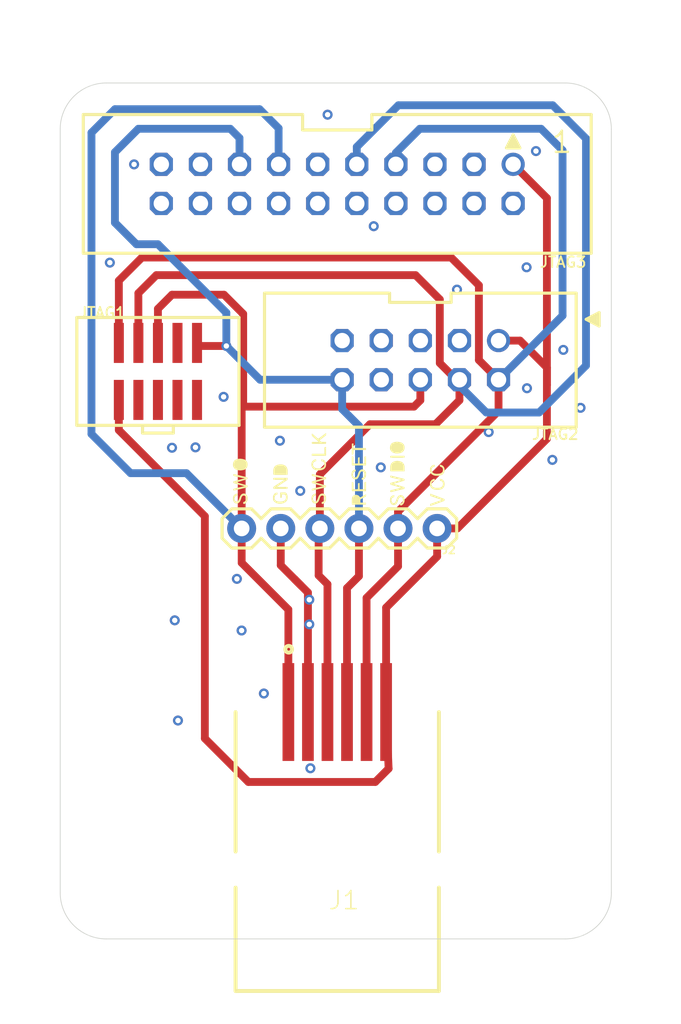
<source format=kicad_pcb>
(kicad_pcb (version 20211014) (generator pcbnew)
  (layers (0 "F.Cu" signal) (31 "B.Cu" signal) (34 "B.Paste" user) (35 "F.Paste" user) (36 "B.SilkS" user "B.Silkscreen") (37 "F.SilkS" user "F.Silkscreen") (38 "B.Mask" user) (39 "F.Mask" user) (44 "Edge.Cuts" user))
  (net 0 "")
  (net 1 "SWO")
  (net 2 "GND")
  (net 3 "SWCLK")
  (net 4 "RESET")
  (net 5 "SWDIO")
  (net 6 "VCC")
  (footprint "TC2030-MCP-NL-Adapter:GND0" (layer "F.Cu") (at 144.8961 105.2786 90)
    (fp_text reference "U$2" hide)
    (fp_text value "" hide)
  )
  (footprint "TC2030-MCP-NL-Adapter:1X06" (layer "F.Cu") (at 155.0861 106.1386 180)
    (fp_text reference "J2" (at -1.27 -1.397) (layer "F.SilkS") (effects (font (size 0.512064 0.512064) (thickness 0.097536)) (justify right)))
    (fp_text value "")
    (pad "1" thru_hole circle (at 0 0 270) (size 1.8796 1.8796) (drill 1.016) (layers *.Cu *.Mask) (net 6 "VCC"))
    (pad "2" thru_hole circle (at 2.54 0 270) (size 1.8796 1.8796) (drill 1.016) (layers *.Cu *.Mask) (net 5 "SWDIO"))
    (pad "3" thru_hole circle (at 5.08 0 270) (size 1.8796 1.8796) (drill 1.016) (layers *.Cu *.Mask) (net 4 "RESET"))
    (pad "4" thru_hole circle (at 7.62 0 270) (size 1.8796 1.8796) (drill 1.016) (layers *.Cu *.Mask) (net 3 "SWCLK"))
    (pad "5" thru_hole circle (at 10.16 0 270) (size 1.8796 1.8796) (drill 1.016) (layers *.Cu *.Mask) (net 2 "GND"))
    (pad "6" thru_hole circle (at 12.7 0 270) (size 1.8796 1.8796) (drill 1.016) (layers *.Cu *.Mask) (net 1 "SWO"))
  )
  (footprint "TC2030-MCP-NL-Adapter:2X05_1.27MM_SMT" (layer "F.Cu") (at 136.9461 95.9486)
    (fp_text reference "JTAG1" (at -5.199 -3.806) (layer "F.SilkS") (effects (font (size 0.692831 0.692831) (thickness 0.119969)) (justify left)))
    (fp_text value "")
    (pad "1" smd rect (at -2.54 1.85) (size 0.65 2.6) (layers "F.Cu" "F.Paste" "F.Mask") (net 6 "VCC"))
    (pad "2" smd rect (at -2.54 -1.85) (size 0.65 2.6) (layers "F.Cu" "F.Paste" "F.Mask") (net 5 "SWDIO"))
    (pad "3" smd rect (at -1.27 1.85) (size 0.65 2.6) (layers "F.Cu" "F.Paste" "F.Mask") (net 2 "GND"))
    (pad "4" smd rect (at -1.27 -1.85) (size 0.65 2.6) (layers "F.Cu" "F.Paste" "F.Mask") (net 3 "SWCLK"))
    (pad "5" smd rect (at 0 1.85) (size 0.65 2.6) (layers "F.Cu" "F.Paste" "F.Mask") (net 2 "GND"))
    (pad "6" smd rect (at 0 -1.85) (size 0.65 2.6) (layers "F.Cu" "F.Paste" "F.Mask") (net 1 "SWO"))
    (pad "7" smd rect (at 1.27 1.85) (size 0.65 2.6) (layers "F.Cu" "F.Paste" "F.Mask"))
    (pad "8" smd rect (at 1.27 -1.85) (size 0.65 2.6) (layers "F.Cu" "F.Paste" "F.Mask"))
    (pad "9" smd rect (at 2.54 1.85) (size 0.65 2.6) (layers "F.Cu" "F.Paste" "F.Mask") (net 2 "GND"))
    (pad "10" smd rect (at 2.54 -1.85) (size 0.65 2.6) (layers "F.Cu" "F.Paste" "F.Mask") (net 4 "RESET"))
  )
  (footprint "" (layer "F.Cu") (at 161.5961 106.7786)
    (fp_text reference "@HOLE3" hide)
    (fp_text value "" (at 0 0) (layer "F.SilkS") (effects (font (size 1.27 1.27))))
    (pad "" np_thru_hole circle (at 0 0) (size 4.4 4.4) (drill 4.4) (layers *.Cu *.Mask))
  )
  (footprint "TC2030-MCP-NL-Adapter:SWO0" (layer "F.Cu") (at 142.2961 105.2786 90)
    (fp_text reference "U$1" hide)
    (fp_text value "" hide)
  )
  (footprint "TC2030-MCP-NL-Adapter:SWDIO0" (layer "F.Cu") (at 152.4961 105.3786 90)
    (fp_text reference "U$5" hide)
    (fp_text value "" hide)
  )
  (footprint "TC2030-MCP-NL-Adapter:VCC0" (layer "F.Cu") (at 155.0961 105.3786 90)
    (fp_text reference "U$6" hide)
    (fp_text value "" hide)
  )
  (footprint "TC2030-MCP-NL-Adapter:CORTEXM3_SWD10_MOLEX" (layer "F.Cu") (at 153.9961 95.2186 180)
    (fp_text reference "JTAG2" (at -10.35 -4.81) (layer "F.SilkS") (effects (font (size 0.692831 0.692831) (thickness 0.119969)) (justify right)))
    (fp_text value "")
    (pad "1" thru_hole circle (at -5.08 1.27 180) (size 1.508 1.508) (drill 1) (layers *.Cu *.Mask) (net 6 "VCC"))
    (pad "2" thru_hole roundrect (at -5.08 -1.27 180) (size 1.508 1.508) (drill 1) (layers *.Cu *.Mask) (chamfer_ratio 0.25) (chamfer top_left top_right bottom_left bottom_right) (net 5 "SWDIO"))
    (pad "3" thru_hole roundrect (at -2.54 1.27 180) (size 1.508 1.508) (drill 1) (layers *.Cu *.Mask) (chamfer_ratio 0.25) (chamfer top_left top_right bottom_left bottom_right) (net 2 "GND"))
    (pad "4" thru_hole roundrect (at -2.54 -1.27 180) (size 1.508 1.508) (drill 1) (layers *.Cu *.Mask) (chamfer_ratio 0.25) (chamfer top_left top_right bottom_left bottom_right) (net 3 "SWCLK"))
    (pad "5" thru_hole roundrect (at 0 1.27 180) (size 1.508 1.508) (drill 1) (layers *.Cu *.Mask) (chamfer_ratio 0.25) (chamfer top_left top_right bottom_left bottom_right) (net 2 "GND"))
    (pad "6" thru_hole roundrect (at 0 -1.27 180) (size 1.508 1.508) (drill 1) (layers *.Cu *.Mask) (chamfer_ratio 0.25) (chamfer top_left top_right bottom_left bottom_right) (net 1 "SWO"))
    (pad "7" thru_hole roundrect (at 2.54 1.27 180) (size 1.508 1.508) (drill 1) (layers *.Cu *.Mask) (chamfer_ratio 0.25) (chamfer top_left top_right bottom_left bottom_right))
    (pad "8" thru_hole roundrect (at 2.54 -1.27 180) (size 1.508 1.508) (drill 1) (layers *.Cu *.Mask) (chamfer_ratio 0.25) (chamfer top_left top_right bottom_left bottom_right))
    (pad "9" thru_hole roundrect (at 5.08 1.27 180) (size 1.508 1.508) (drill 1) (layers *.Cu *.Mask) (chamfer_ratio 0.25) (chamfer top_left top_right bottom_left bottom_right) (net 2 "GND"))
    (pad "10" thru_hole roundrect (at 5.08 -1.27 180) (size 1.508 1.508) (drill 1) (layers *.Cu *.Mask) (chamfer_ratio 0.25) (chamfer top_left top_right bottom_left bottom_right) (net 4 "RESET"))
  )
  (footprint "" (layer "F.Cu") (at 161.5961 127.7786)
    (fp_text reference "@HOLE1" hide)
    (fp_text value "" (at 0 0) (layer "F.SilkS") (effects (font (size 1.27 1.27))))
    (pad "" np_thru_hole circle (at 0 0) (size 4.4 4.4) (drill 4.4) (layers *.Cu *.Mask))
  )
  (footprint "" (layer "F.Cu") (at 135.5961 106.7786)
    (fp_text reference "@HOLE2" hide)
    (fp_text value "" (at 0 0) (layer "F.SilkS") (effects (font (size 1.27 1.27))))
    (pad "" np_thru_hole circle (at 0 0) (size 4.4 4.4) (drill 4.4) (layers *.Cu *.Mask))
  )
  (footprint "TC2030-MCP-NL-Adapter:SWCLK0" (layer "F.Cu") (at 147.3961 105.2786 90)
    (fp_text reference "U$3" hide)
    (fp_text value "" hide)
  )
  (footprint "TC2030-MCP-NL-Adapter:RESET0" (layer "F.Cu") (at 149.9961 105.3786 90)
    (fp_text reference "U$4" hide)
    (fp_text value "" hide)
  )
  (footprint "TC2030-MCP-NL-Adapter:95501-6669" (layer "F.Cu") (at 148.5961 128.2786)
    (fp_text reference "J1" (at -0.631 1.994) (layer "F.SilkS") (effects (font (size 1.176528 1.176528) (thickness 0.093472)) (justify left)))
    (fp_text value "95501-6669")
    (pad "" np_thru_hole circle (at -5.08 0) (size 3.25 3.25) (drill 3.25) (layers *.Cu *.Mask))
    (pad "" np_thru_hole circle (at 5.08 0) (size 3.25 3.25) (drill 3.25) (layers *.Cu *.Mask))
    (pad "1" smd rect (at -3.175 -10.225 90) (size 6.35 0.76) (layers "F.Cu" "F.Paste" "F.Mask") (net 1 "SWO"))
    (pad "2" smd rect (at -1.905 -10.225 90) (size 6.35 0.76) (layers "F.Cu" "F.Paste" "F.Mask") (net 2 "GND"))
    (pad "3" smd rect (at -0.635 -10.225 90) (size 6.35 0.76) (layers "F.Cu" "F.Paste" "F.Mask") (net 3 "SWCLK"))
    (pad "4" smd rect (at 0.635 -10.225 90) (size 6.35 0.76) (layers "F.Cu" "F.Paste" "F.Mask") (net 4 "RESET"))
    (pad "5" smd rect (at 1.905 -10.225 90) (size 6.35 0.76) (layers "F.Cu" "F.Paste" "F.Mask") (net 5 "SWDIO"))
    (pad "6" smd rect (at 3.175 -10.225 90) (size 6.35 0.76) (layers "F.Cu" "F.Paste" "F.Mask") (net 6 "VCC"))
  )
  (footprint "" (layer "F.Cu") (at 135.5961 127.7786)
    (fp_text reference "@HOLE0" hide)
    (fp_text value "" (at 0 0) (layer "F.SilkS") (effects (font (size 1.27 1.27))))
    (pad "" np_thru_hole circle (at 0 0) (size 4.4 4.4) (drill 4.4) (layers *.Cu *.Mask))
  )
  (footprint "TC2030-MCP-NL-Adapter:JTAG-ARM" (layer "F.Cu") (at 148.5961 83.7786 180)
    (fp_text reference "JTAG3" (at -16.256 -5.08) (layer "F.SilkS") (effects (font (size 0.692831 0.692831) (thickness 0.119969)) (justify right)))
    (fp_text value "")
    (fp_text user "1" (at -13.843 1.905 180) (layer "F.SilkS") (effects (font (size 1.3716 1.3716) (thickness 0.1524)) (justify left bottom)))
    (pad "1" thru_hole circle (at -11.43 1.27 180) (size 1.508 1.508) (drill 1) (layers *.Cu *.Mask) (net 6 "VCC"))
    (pad "2" thru_hole roundrect (at -11.43 -1.27 180) (size 1.508 1.508) (drill 1) (layers *.Cu *.Mask) (chamfer_ratio 0.25) (chamfer top_left top_right bottom_left bottom_right))
    (pad "3" thru_hole roundrect (at -8.89 1.27 180) (size 1.508 1.508) (drill 1) (layers *.Cu *.Mask) (chamfer_ratio 0.25) (chamfer top_left top_right bottom_left bottom_right))
    (pad "4" thru_hole roundrect (at -8.89 -1.27 180) (size 1.508 1.508) (drill 1) (layers *.Cu *.Mask) (chamfer_ratio 0.25) (chamfer top_left top_right bottom_left bottom_right) (net 2 "GND"))
    (pad "5" thru_hole roundrect (at -6.35 1.27 180) (size 1.508 1.508) (drill 1) (layers *.Cu *.Mask) (chamfer_ratio 0.25) (chamfer top_left top_right bottom_left bottom_right))
    (pad "6" thru_hole roundrect (at -6.35 -1.27 180) (size 1.508 1.508) (drill 1) (layers *.Cu *.Mask) (chamfer_ratio 0.25) (chamfer top_left top_right bottom_left bottom_right) (net 2 "GND"))
    (pad "7" thru_hole roundrect (at -3.81 1.27 180) (size 1.508 1.508) (drill 1) (layers *.Cu *.Mask) (chamfer_ratio 0.25) (chamfer top_left top_right bottom_left bottom_right) (net 5 "SWDIO"))
    (pad "8" thru_hole roundrect (at -3.81 -1.27 180) (size 1.508 1.508) (drill 1) (layers *.Cu *.Mask) (chamfer_ratio 0.25) (chamfer top_left top_right bottom_left bottom_right) (net 2 "GND"))
    (pad "9" thru_hole roundrect (at -1.27 1.27 180) (size 1.508 1.508) (drill 1) (layers *.Cu *.Mask) (chamfer_ratio 0.25) (chamfer top_left top_right bottom_left bottom_right) (net 3 "SWCLK"))
    (pad "10" thru_hole roundrect (at -1.27 -1.27 180) (size 1.508 1.508) (drill 1) (layers *.Cu *.Mask) (chamfer_ratio 0.25) (chamfer top_left top_right bottom_left bottom_right))
    (pad "11" thru_hole roundrect (at 1.27 1.27 180) (size 1.508 1.508) (drill 1) (layers *.Cu *.Mask) (chamfer_ratio 0.25) (chamfer top_left top_right bottom_left bottom_right))
    (pad "12" thru_hole roundrect (at 1.27 -1.27 180) (size 1.508 1.508) (drill 1) (layers *.Cu *.Mask) (chamfer_ratio 0.25) (chamfer top_left top_right bottom_left bottom_right))
    (pad "13" thru_hole roundrect (at 3.81 1.27 180) (size 1.508 1.508) (drill 1) (layers *.Cu *.Mask) (chamfer_ratio 0.25) (chamfer top_left top_right bottom_left bottom_right) (net 1 "SWO"))
    (pad "14" thru_hole roundrect (at 3.81 -1.27 180) (size 1.508 1.508) (drill 1) (layers *.Cu *.Mask) (chamfer_ratio 0.25) (chamfer top_left top_right bottom_left bottom_right))
    (pad "15" thru_hole roundrect (at 6.35 1.27 180) (size 1.508 1.508) (drill 1) (layers *.Cu *.Mask) (chamfer_ratio 0.25) (chamfer top_left top_right bottom_left bottom_right) (net 4 "RESET"))
    (pad "16" thru_hole roundrect (at 6.35 -1.27 180) (size 1.508 1.508) (drill 1) (layers *.Cu *.Mask) (chamfer_ratio 0.25) (chamfer top_left top_right bottom_left bottom_right))
    (pad "17" thru_hole roundrect (at 8.89 1.27 180) (size 1.508 1.508) (drill 1) (layers *.Cu *.Mask) (chamfer_ratio 0.25) (chamfer top_left top_right bottom_left bottom_right))
    (pad "18" thru_hole roundrect (at 8.89 -1.27 180) (size 1.508 1.508) (drill 1) (layers *.Cu *.Mask) (chamfer_ratio 0.25) (chamfer top_left top_right bottom_left bottom_right))
    (pad "19" thru_hole roundrect (at 11.43 1.27 180) (size 1.508 1.508) (drill 1) (layers *.Cu *.Mask) (chamfer_ratio 0.25) (chamfer top_left top_right bottom_left bottom_right))
    (pad "20" thru_hole roundrect (at 11.43 -1.27 180) (size 1.508 1.508) (drill 1) (layers *.Cu *.Mask) (chamfer_ratio 0.25) (chamfer top_left top_right bottom_left bottom_right))
  )
  (gr_line (start 130.5961 80.2286) (end 130.5961 129.7786) (layer "Edge.Cuts") (width 0.05))
  (gr_arc (start 166.4061 129.7786) (mid 165.52742 131.89992) (end 163.4061 132.7786) (layer "Edge.Cuts") (width 0.05))
  (gr_line (start 166.4061 129.7786) (end 166.4061 80.2286) (layer "Edge.Cuts") (width 0.05))
  (gr_line (start 163.4061 77.2286) (end 133.5961 77.2286) (layer "Edge.Cuts") (width 0.05))
  (gr_arc (start 163.4061 77.2286) (mid 165.52742 78.10728) (end 166.4061 80.2286) (layer "Edge.Cuts") (width 0.05))
  (gr_arc (start 133.5961 132.7786) (mid 131.47478 131.89992) (end 130.5961 129.7786) (layer "Edge.Cuts") (width 0.05))
  (gr_arc (start 130.5961 80.2286) (mid 131.47478 78.10728) (end 133.5961 77.2286) (layer "Edge.Cuts") (width 0.05))
  (gr_line (start 133.5961 132.7786) (end 163.4061 132.7786) (layer "Edge.Cuts") (width 0.05))
  (segment (start 153.5831 98.2346) (end 142.4861 98.2346) (width 0.508) (layer "F.Cu") (net 1))
  (segment (start 142.4861 92.2176) (end 141.2387 90.9702) (width 0.508) (layer "F.Cu") (net 1))
  (segment (start 145.4211 111.4036) (end 142.3861 108.3686) (width 0.508) (layer "F.Cu") (net 1))
  (segment (start 142.3861 108.3686) (end 142.3861 106.1386) (width 0.508) (layer "F.Cu") (net 1))
  (segment (start 136.9461 91.8846) (end 136.9461 94.0986) (width 0.508) (layer "F.Cu") (net 1))
  (segment (start 145.4211 118.0536) (end 145.4211 111.4036) (width 0.508) (layer "F.Cu") (net 1))
  (segment (start 142.4861 98.2346) (end 142.4861 92.2176) (width 0.508) (layer "F.Cu") (net 1))
  (segment (start 142.4861 98.2346) (end 142.3861 98.2346) (width 0.508) (layer "F.Cu") (net 1))
  (segment (start 137.8605 90.9702) (end 136.9461 91.8846) (width 0.508) (layer "F.Cu") (net 1))
  (segment (start 153.9961 96.4886) (end 153.9961 97.8216) (width 0.508) (layer "F.Cu") (net 1))
  (segment (start 153.9961 97.8216) (end 153.5831 98.2346) (width 0.508) (layer "F.Cu") (net 1))
  (segment (start 142.3861 106.1386) (end 142.3861 98.2346) (width 0.508) (layer "F.Cu") (net 1))
  (segment (start 141.2387 90.9702) (end 137.8605 90.9702) (width 0.508) (layer "F.Cu") (net 1))
  (segment (start 144.7861 82.5086) (end 144.7861 80.1666) (width 0.508) (layer "B.Cu") (net 1))
  (segment (start 144.7861 80.1666) (end 143.5501 78.9306) (width 0.508) (layer "B.Cu") (net 1))
  (segment (start 143.5501 78.9306) (end 134.1521 78.9306) (width 0.508) (layer "B.Cu") (net 1))
  (segment (start 132.6281 100.0126) (end 135.1681 102.5526) (width 0.508) (layer "B.Cu") (net 1))
  (segment (start 134.1521 78.9306) (end 132.6281 80.4546) (width 0.508) (layer "B.Cu") (net 1))
  (segment (start 132.6281 80.4546) (end 132.6281 100.0126) (width 0.508) (layer "B.Cu") (net 1))
  (segment (start 135.1681 102.5526) (end 138.8001 102.5526) (width 0.508) (layer "B.Cu") (net 1))
  (segment (start 138.8001 102.5526) (end 142.3861 106.1386) (width 0.508) (layer "B.Cu") (net 1))
  (segment (start 146.6911 110.2956) (end 145.8351 109.4396) (width 0.508) (layer "F.Cu") (net 2))
  (segment (start 146.6911 118.0536) (end 146.6911 110.2956) (width 0.508) (layer "F.Cu") (net 2))
  (segment (start 144.9261 108.5306) (end 144.9261 106.1386) (width 0.508) (layer "F.Cu") (net 2))
  (segment (start 146.229584 109.834085) (end 145.8351 109.4396) (width 0.508) (layer "F.Cu") (net 2))
  (segment (start 145.8351 109.4396) (end 144.9261 108.5306) (width 0.508) (layer "F.Cu") (net 2))
  (via (at 164.4035 98.3108) (size 0.65) (drill 0.35) (layers "F.Cu" "B.Cu") (net 2))
  (via (at 146.7817 110.7634) (size 0.65) (drill 0.35) (layers "F.Cu" "B.Cu") (net 2))
  (via (at 141.2133 97.5996) (size 0.65) (drill 0.35) (layers "F.Cu" "B.Cu") (net 2))
  (via (at 146.7817 112.3634) (size 0.65) (drill 0.35) (layers "F.Cu" "B.Cu") (net 2))
  (via (at 161.5079 81.6484) (size 0.65) (drill 0.35) (layers "F.Cu" "B.Cu") (net 2))
  (via (at 146.1933 103.7002) (size 0.65) (drill 0.35) (layers "F.Cu" "B.Cu") (net 2))
  (via (at 133.8219 88.8874) (size 0.65) (drill 0.35) (layers "F.Cu" "B.Cu") (net 2))
  (via (at 142.0769 109.4106) (size 0.65) (drill 0.35) (layers "F.Cu" "B.Cu") (net 2))
  (via (at 138.2481 118.6054) (size 0.65) (drill 0.35) (layers "F.Cu" "B.Cu") (net 2))
  (via (at 139.3845 100.8762) (size 0.65) (drill 0.35) (layers "F.Cu" "B.Cu") (net 2))
  (via (at 146.8521 121.7042) (size 0.65) (drill 0.35) (layers "F.Cu" "B.Cu") (net 2))
  (via (at 151.4257 102.1762) (size 0.65) (drill 0.35) (layers "F.Cu" "B.Cu") (net 2))
  (via (at 143.8295 116.8528) (size 0.65) (drill 0.35) (layers "F.Cu" "B.Cu") (net 2))
  (via (at 163.2859 94.5516) (size 0.65) (drill 0.35) (layers "F.Cu" "B.Cu") (net 2))
  (via (at 150.9669 86.5252) (size 0.65) (drill 0.35) (layers "F.Cu" "B.Cu") (net 2))
  (via (at 137.8605 100.9016) (size 0.65) (drill 0.35) (layers "F.Cu" "B.Cu") (net 2))
  (via (at 156.3771 90.64) (size 0.65) (drill 0.35) (layers "F.Cu" "B.Cu") (net 2))
  (via (at 138.0383 112.103) (size 0.65) (drill 0.35) (layers "F.Cu" "B.Cu") (net 2))
  (via (at 160.8983 89.1922) (size 0.65) (drill 0.35) (layers "F.Cu" "B.Cu") (net 2))
  (via (at 162.5747 101.689) (size 0.65) (drill 0.35) (layers "F.Cu" "B.Cu") (net 2))
  (via (at 147.9697 79.2862) (size 0.65) (drill 0.35) (layers "F.Cu" "B.Cu") (net 2))
  (via (at 144.8709 100.4444) (size 0.65) (drill 0.35) (layers "F.Cu" "B.Cu") (net 2))
  (via (at 142.3817 112.7634) (size 0.65) (drill 0.35) (layers "F.Cu" "B.Cu") (net 2))
  (via (at 135.3967 82.512) (size 0.65) (drill 0.35) (layers "F.Cu" "B.Cu") (net 2))
  (via (at 160.9237 97.0408) (size 0.65) (drill 0.35) (layers "F.Cu" "B.Cu") (net 2))
  (segment (start 147.3871 106.2176) (end 147.4661 106.1386) (width 0.508) (layer "F.Cu") (net 3))
  (segment (start 150.7191 99.3776) (end 154.9801 99.3776) (width 0.508) (layer "F.Cu") (net 3))
  (segment (start 147.3871 109.1866) (end 147.3871 106.2176) (width 0.508) (layer "F.Cu") (net 3))
  (segment (start 147.9611 118.0536) (end 147.9611 109.7606) (width 0.508) (layer "F.Cu") (net 3))
  (segment (start 135.6761 90.8686) (end 136.8445 89.7002) (width 0.508) (layer "F.Cu") (net 3))
  (segment (start 147.4661 106.1386) (end 147.4661 102.6306) (width 0.508) (layer "F.Cu") (net 3))
  (segment (start 147.4661 102.6306) (end 150.7191 99.3776) (width 0.508) (layer "F.Cu") (net 3))
  (segment (start 156.5361 97.8216) (end 156.5361 96.6852) (width 0.508) (layer "F.Cu") (net 3))
  (segment (start 135.6761 94.0986) (end 135.6761 90.8686) (width 0.508) (layer "F.Cu") (net 3))
  (segment (start 147.9611 109.7606) (end 147.3871 109.1866) (width 0.508) (layer "F.Cu") (net 3))
  (segment (start 156.5361 96.6852) (end 156.5361 96.4886) (width 0.508) (layer "F.Cu") (net 3))
  (segment (start 154.9801 99.3776) (end 156.5361 97.8216) (width 0.508) (layer "F.Cu") (net 3))
  (segment (start 136.8445 89.7002) (end 153.6847 89.7002) (width 0.508) (layer "F.Cu") (net 3))
  (segment (start 155.2595 95.4086) (end 156.5361 96.6852) (width 0.508) (layer "F.Cu") (net 3))
  (segment (start 155.2595 91.275) (end 155.2595 95.4086) (width 0.508) (layer "F.Cu") (net 3))
  (segment (start 153.6847 89.7002) (end 155.2595 91.275) (width 0.508) (layer "F.Cu") (net 3))
  (segment (start 158.2821 98.6156) (end 156.5361 96.8696) (width 0.508) (layer "B.Cu") (net 3))
  (segment (start 152.5671 78.6766) (end 162.6001 78.6766) (width 0.508) (layer "B.Cu") (net 3))
  (segment (start 161.7111 98.6156) (end 158.2821 98.6156) (width 0.508) (layer "B.Cu") (net 3))
  (segment (start 162.6001 78.6766) (end 164.7591 80.8356) (width 0.508) (layer "B.Cu") (net 3))
  (segment (start 149.8661 81.3776) (end 152.5671 78.6766) (width 0.508) (layer "B.Cu") (net 3))
  (segment (start 156.5361 96.8696) (end 156.5361 96.4886) (width 0.508) (layer "B.Cu") (net 3))
  (segment (start 164.7591 95.5676) (end 161.7111 98.6156) (width 0.508) (layer "B.Cu") (net 3))
  (segment (start 149.8661 82.5086) (end 149.8661 81.3776) (width 0.508) (layer "B.Cu") (net 3))
  (segment (start 164.7591 80.8356) (end 164.7591 95.5676) (width 0.508) (layer "B.Cu") (net 3))
  (segment (start 150.0061 109.2346) (end 150.0061 106.1386) (width 0.508) (layer "F.Cu") (net 4))
  (segment (start 141.3911 94.2976) (end 139.6851 94.2976) (width 0.508) (layer "F.Cu") (net 4))
  (segment (start 149.2311 118.0536) (end 149.2311 110.0096) (width 0.508) (layer "F.Cu") (net 4))
  (segment (start 139.6851 94.2976) (end 139.4861 94.0986) (width 0.508) (layer "F.Cu") (net 4))
  (segment (start 149.2311 110.0096) (end 150.0061 109.2346) (width 0.508) (layer "F.Cu") (net 4))
  (via (at 141.3911 94.2976) (size 0.65) (drill 0.35) (layers "F.Cu" "B.Cu") (net 4))
  (segment (start 142.2461 80.8016) (end 142.2461 82.5086) (width 0.508) (layer "B.Cu") (net 4))
  (segment (start 136.9461 87.6936) (end 135.5491 87.6936) (width 0.508) (layer "B.Cu") (net 4))
  (segment (start 148.9161 98.3936) (end 148.9161 96.4886) (width 0.508) (layer "B.Cu") (net 4))
  (segment (start 150.0061 106.1386) (end 150.0061 99.4836) (width 0.508) (layer "B.Cu") (net 4))
  (segment (start 141.3911 94.2976) (end 141.3911 92.1386) (width 0.508) (layer "B.Cu") (net 4))
  (segment (start 135.6761 80.2006) (end 141.6451 80.2006) (width 0.508) (layer "B.Cu") (net 4))
  (segment (start 143.5821 96.4886) (end 141.3911 94.2976) (width 0.508) (layer "B.Cu") (net 4))
  (segment (start 135.5491 87.6936) (end 134.1521 86.2966) (width 0.508) (layer "B.Cu") (net 4))
  (segment (start 134.1521 81.7246) (end 135.6761 80.2006) (width 0.508) (layer "B.Cu") (net 4))
  (segment (start 148.9161 96.4886) (end 143.5821 96.4886) (width 0.508) (layer "B.Cu") (net 4))
  (segment (start 134.1521 86.2966) (end 134.1521 81.7246) (width 0.508) (layer "B.Cu") (net 4))
  (segment (start 141.3911 92.1386) (end 136.9461 87.6936) (width 0.508) (layer "B.Cu") (net 4))
  (segment (start 150.0061 99.4836) (end 148.9161 98.3936) (width 0.508) (layer "B.Cu") (net 4))
  (segment (start 141.6451 80.2006) (end 142.2461 80.8016) (width 0.508) (layer "B.Cu") (net 4))
  (segment (start 150.5011 118.0536) (end 150.5011 110.6446) (width 0.508) (layer "F.Cu") (net 5))
  (segment (start 134.4061 90.0558) (end 135.9047 88.5572) (width 0.508) (layer "F.Cu") (net 5))
  (segment (start 155.9961 88.5572) (end 156.2501 88.8112) (width 0.508) (layer "F.Cu") (net 5))
  (segment (start 134.4061 94.0986) (end 134.4061 90.0558) (width 0.508) (layer "F.Cu") (net 5))
  (segment (start 157.7995 90.3606) (end 157.7995 95.212) (width 0.508) (layer "F.Cu") (net 5))
  (segment (start 150.5011 110.6446) (end 152.5461 108.5996) (width 0.508) (layer "F.Cu") (net 5))
  (segment (start 156.2501 88.8112) (end 157.7995 90.3606) (width 0.508) (layer "F.Cu") (net 5))
  (segment (start 157.7995 95.212) (end 159.0761 96.4886) (width 0.508) (layer "F.Cu") (net 5))
  (segment (start 152.5461 108.5996) (end 152.5461 106.1386) (width 0.508) (layer "F.Cu") (net 5))
  (segment (start 152.5461 106.1386) (end 152.5461 105.0436) (width 0.508) (layer "F.Cu") (net 5))
  (segment (start 135.9047 88.5572) (end 155.9961 88.5572) (width 0.508) (layer "F.Cu") (net 5))
  (segment (start 159.0761 98.5136) (end 159.0761 96.4886) (width 0.508) (layer "F.Cu") (net 5))
  (segment (start 152.5461 105.0436) (end 159.0761 98.5136) (width 0.508) (layer "F.Cu") (net 5))
  (via (at 158.4345 99.8856) (size 0.65) (drill 0.35) (layers "F.Cu" "B.Cu") (net 5))
  (segment (start 152.4061 82.5086) (end 152.4061 81.7586) (width 0.508) (layer "B.Cu") (net 5))
  (segment (start 163.2351 81.5976) (end 163.2351 92.3296) (width 0.508) (layer "B.Cu") (net 5))
  (segment (start 163.2351 92.3296) (end 159.0761 96.4886) (width 0.508) (layer "B.Cu") (net 5))
  (segment (start 152.4061 81.7586) (end 153.9641 80.2006) (width 0.508) (layer "B.Cu") (net 5))
  (segment (start 153.9641 80.2006) (end 161.8381 80.2006) (width 0.508) (layer "B.Cu") (net 5))
  (segment (start 161.8381 80.2006) (end 163.2351 81.5976) (width 0.508) (layer "B.Cu") (net 5))
  (segment (start 160.4731 93.9486) (end 159.0761 93.9486) (width 0.508) (layer "F.Cu") (net 6))
  (segment (start 155.0861 107.9646) (end 155.0861 106.1386) (width 0.508) (layer "F.Cu") (net 6))
  (segment (start 142.8201 122.5932) (end 151.0685 122.5932) (width 0.508) (layer "F.Cu") (net 6))
  (segment (start 134.4061 97.7986) (end 134.4061 99.7586) (width 0.508) (layer "F.Cu") (net 6))
  (segment (start 160.0261 82.5086) (end 162.2191 84.7016) (width 0.508) (layer "F.Cu") (net 6))
  (segment (start 155.0861 106.1386) (end 156.4041 106.1386) (width 0.508) (layer "F.Cu") (net 6))
  (segment (start 151.0685 122.5932) (end 151.9349 121.7268) (width 0.508) (layer "F.Cu") (net 6))
  (segment (start 162.2191 95.6946) (end 160.4731 93.9486) (width 0.508) (layer "F.Cu") (net 6))
  (segment (start 134.4061 99.7586) (end 139.9941 105.3466) (width 0.508) (layer "F.Cu") (net 6))
  (segment (start 139.9941 105.3466) (end 139.9941 119.7672) (width 0.508) (layer "F.Cu") (net 6))
  (segment (start 162.2191 96.8376) (end 162.2191 95.6946) (width 0.508) (layer "F.Cu") (net 6))
  (segment (start 151.7711 111.2796) (end 155.0861 107.9646) (width 0.508) (layer "F.Cu") (net 6))
  (segment (start 162.2191 100.3236) (end 162.2191 96.8376) (width 0.508) (layer "F.Cu") (net 6))
  (segment (start 156.4041 106.1386) (end 162.2191 100.3236) (width 0.508) (layer "F.Cu") (net 6))
  (segment (start 162.2191 84.7016) (end 162.2191 96.8376) (width 0.508) (layer "F.Cu") (net 6))
  (segment (start 151.9349 121.7268) (end 151.7711 118.0536) (width 0.508) (layer "F.Cu") (net 6))
  (segment (start 139.9941 119.7672) (end 142.8201 122.5932) (width 0.508) (layer "F.Cu") (net 6))
  (segment (start 151.7711 118.0536) (end 151.7711 111.2796) (width 0.508) (layer "F.Cu") (net 6))
)
</source>
